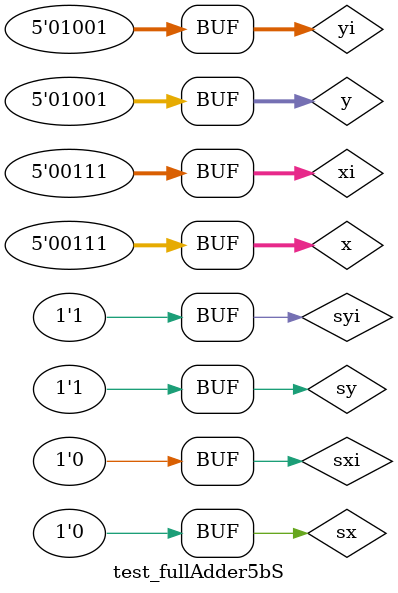
<source format=v>

module halfAdder ( s, carryOut, a, b);
//------- VARIÁVEIS --------
output s;
output carryOut;
input a, b;
//------- DESCRIÇÃO --------
xor xor1 (s, a, b);
and and1 (carryOut, a, b);
endmodule // halfAdder 
// ------------------------- 

// ------------------------- 
// full adder 1bit
// ------------------------- 
module fullAdder ( s, carryOut, a, b, carryIn);
//------- VARIÁVEIS --------
output s;
output carryOut;
input a, b;
input carryIn;
wire sha1, coha1, coha2;
//------- DESCRIÇÃO --------
halfAdder HA1 (sha1, coha1, a, b);
halfAdder HA2 (s, coha2, sha1, carryIn);
or OR1 (carryOut, coha1, coha2);
endmodule // fullAdder 
// ------------------------- 

// ------------------------- 
// full adder 5bit
// ------------------------- 
module fullAdder5b ( s, carryOut, a, b, carryIn);
//------- VARIÁVEIS --------
output [4:0] s;
output carryOut;
input [4:0] a, b;
input carryIn;
wire co0, co1, co2, co3;
//------- DESCRIÇÃO --------
fullAdder FA1 (s[0], co0, a[0], b[0], carryIn);
fullAdder FA2 (s[1], co1, a[1], b[1], co0);
fullAdder FA3 (s[2], co2, a[2], b[2], co1);
fullAdder FA4 (s[3], co3, a[3], b[3], co2);
fullAdder FA5 (s[4], carryOut, a[4], b[4], co3);
endmodule // fullAdder5b 
// ------------------------- 

// ------------------------- 
// --2's complement 5 bit
// ------------------------- 
module Compl26th ( o, s, op);
//------- VARIÁVEIS --------
input [4:0] s;
input op;
output [4:0] o;
wire lost;
wire [4:0] fix;
wire [4:0] i;
assign fix = s;
//------- DESCRIÇÃO --------
not xor1 (i[0], fix[0], op);
not xor2 (i[1], fix[1], op);
not xor3 (i[2], fix[2], op);
not xor4 (i[3], fix[3], op);
not xor4 (i[4], fix[4], op);
fullAdder5b FA1 (o, lost, i, 1, 0);
endmodule //fim do modulo compl de 2
//---------------------------

// ------------------------------------------------------ 
// --  =<>
// ------------------------- 
module relacao ( ig, men, mai, a, b);
//------- VARIÁVEIS --------
input [4:0] a, b;
output ig, men, mai;
wire [4:0] xors, ands; 
//------- DESCRIÇÃO --------
xor xor1 (xors [0], a[0], b[0]);
xor xor2 (xors [1], a[1], b[1]);
xor xor3 (xors [2], a[2], b[2]);
xor xor4 (xors [3], a[3], b[3]);
xor xor4 (xors [4], a[4], b[4]);
//--igual
and bigAnd (ig, xors[0], xors[1], xors[2], xors[3], xors[4], xors[0]);
//--maior
and and1 (ands [0], a[0], ~xors[0]);
and and2 (ands [1], a[1], ~xors[1], xors[0]);
and and3 (ands [2], a[2], ~xors[2], xors[1], xors[0]);
and and4 (ands [3], a[3], ~xors[3], xors[2], xors[1], xors[0]);
and and5 (ands [4], a[4], ~xors[4], xors[3], xors[2], xors[1], xors[0]);
or bigOr (mai, ands[0], ands[1], ands[2], ands[3], ands[4]); 
//--menor
wire dif, meo;
not dif (dif, ig);
not men (meo, mai);
and menor (men, dif, meo);
endmodule //fim do modulo de relações
//---------------------------

// ------------------------------------------------------ 
// --  Sinal para Adição
// ------------------------- 
module sinalAdd ( o, men, mai, sa, sb);
//------- VARIÁVEIS --------
input men, mai, sa, sb;
output o;
wire aneg, apos;
and andneg (aneg, men, sb);
and andpos (apos, mai, sa); 
or orout (o, aneg, apos);
endmodule //fim do modulo de sinal
//---------------------------

// ------------------------------------------------------ 
// --  Integração
// ------------------------- 
module fa5bS ( sin, s, sinala, a, sinalb, b);
//------- VARIÁVEIS --------
input [4:0] a, b;
input sinala, sinalb;
output [4:0] s;
output sin;
wire [4:0] compa, compb, soma, compsom;
wire ig, men, mai, lost; 
//------- DESCRIÇÃO --------
Compl26th ca (compa, a, sinala);
Compl26th cb (compb, b, sinalb);
relacao rel (ig, men, mai, a, b);
sinalAdd sn (sin, men, mai, sinala, sinalb);
fullAdder5b som (soma, lost, compa, compb, 0);
Compl26th cs (s, soma, sin);
endmodule //fim do modulo de integração
//---------------------------

//-- programa de testes
// ------------------------------------------------------- 
// Test full adder 5b + s
// ------------------------- 
module test_fullAdder5bS; 
// ------------------------- definir dados 
reg [4:0] x, y;
reg sx, sy; 
wire [4:0] saida, xi, yi;
wire ss, sxi, syi;
assign sxi = sx;
assign syi = sy;
assign xi = x;
assign yi = y;
// ------------------------- Operações
fa5bS FA1 (ss, saida, sxi, xi, syi, yi);
// ------------------------- parte principal 
initial begin 
x = 5'b00000;
y = 5'b00000; 
#1
$display("Exemplo0041 - Jose Ferreira Reis Fonseca  - 405808"); 
$display("Test ALU's full adder");
$monitor("a = %1b %5b b = %1b %5b soma = %1b %5b", sx, x, sy, y, ss, saida);
//--soma de modulo o pos
sx = 0;
sy = 0;
x = 5'b00000;
y = 5'b00000;
#1;
//--soma de modulo o neg
sx = 1;
sy = 1;
x = 5'b00000;
y = 5'b00000;
#1;
//--soma de modulo o sin dif
sx = 0;
sy = 1;
x = 5'b00000;
y = 5'b00000;
#1;
//--soma de result 0 pos
sx = 0;
sy = 0;
x = 5'b10111;
y = 5'b01001;
#1;
//--soma de result 0
sx = 0;
sy = 1;
x = 5'b11010;
y = 5'b11010;
#1;
//--< + > pos
sx = 0;
sy = 0;
x = 5'b00101;
y = 5'b01001;
#1;
//--< + > neg
sx = 1;
sy = 1;
x = 5'b00111;
y = 5'b01001;
#1;
//--> + > neg
sx = 0;
sy = 1;
x = 5'b00111;
y = 5'b01001;
#1;
// -------------------------- testes do somador completo
 
end 
endmodule // test_fullAdderS5b 
</source>
